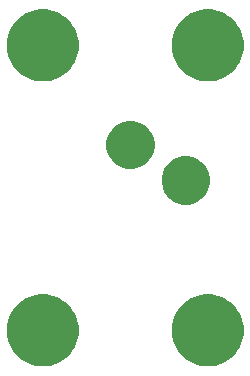
<source format=gts>
G04 #@! TF.GenerationSoftware,KiCad,Pcbnew,5.1.5-52549c5~84~ubuntu18.04.1*
G04 #@! TF.CreationDate,2020-02-25T14:57:26-08:00*
G04 #@! TF.ProjectId,NeutrikSpeakon,4e657574-7269-46b5-9370-65616b6f6e2e,rev?*
G04 #@! TF.SameCoordinates,Original*
G04 #@! TF.FileFunction,Soldermask,Top*
G04 #@! TF.FilePolarity,Negative*
%FSLAX46Y46*%
G04 Gerber Fmt 4.6, Leading zero omitted, Abs format (unit mm)*
G04 Created by KiCad (PCBNEW 5.1.5-52549c5~84~ubuntu18.04.1) date 2020-02-25 14:57:26*
%MOMM*%
%LPD*%
G04 APERTURE LIST*
%ADD10C,0.100000*%
G04 APERTURE END LIST*
D10*
G36*
X142835170Y-124007879D02*
G01*
X143129868Y-124066498D01*
X143685067Y-124296469D01*
X143970867Y-124487435D01*
X144184733Y-124630335D01*
X144609665Y-125055267D01*
X144752565Y-125269133D01*
X144943531Y-125554933D01*
X145173502Y-126110132D01*
X145290740Y-126699528D01*
X145290740Y-127300472D01*
X145173502Y-127889868D01*
X144943531Y-128445067D01*
X144752565Y-128730867D01*
X144609665Y-128944733D01*
X144184733Y-129369665D01*
X143970867Y-129512565D01*
X143685067Y-129703531D01*
X143129868Y-129933502D01*
X142835170Y-129992121D01*
X142540473Y-130050740D01*
X141939527Y-130050740D01*
X141644830Y-129992121D01*
X141350132Y-129933502D01*
X140794933Y-129703531D01*
X140509133Y-129512565D01*
X140295267Y-129369665D01*
X139870335Y-128944733D01*
X139727435Y-128730867D01*
X139536469Y-128445067D01*
X139306498Y-127889868D01*
X139189260Y-127300472D01*
X139189260Y-126699528D01*
X139306498Y-126110132D01*
X139536469Y-125554933D01*
X139727435Y-125269133D01*
X139870335Y-125055267D01*
X140295267Y-124630335D01*
X140509133Y-124487435D01*
X140794933Y-124296469D01*
X141350132Y-124066498D01*
X141644830Y-124007879D01*
X141939527Y-123949260D01*
X142540473Y-123949260D01*
X142835170Y-124007879D01*
G37*
G36*
X128865170Y-124007879D02*
G01*
X129159868Y-124066498D01*
X129715067Y-124296469D01*
X130000867Y-124487435D01*
X130214733Y-124630335D01*
X130639665Y-125055267D01*
X130782565Y-125269133D01*
X130973531Y-125554933D01*
X131203502Y-126110132D01*
X131320740Y-126699528D01*
X131320740Y-127300472D01*
X131203502Y-127889868D01*
X130973531Y-128445067D01*
X130782565Y-128730867D01*
X130639665Y-128944733D01*
X130214733Y-129369665D01*
X130000867Y-129512565D01*
X129715067Y-129703531D01*
X129159868Y-129933502D01*
X128865170Y-129992121D01*
X128570473Y-130050740D01*
X127969527Y-130050740D01*
X127674830Y-129992121D01*
X127380132Y-129933502D01*
X126824933Y-129703531D01*
X126539133Y-129512565D01*
X126325267Y-129369665D01*
X125900335Y-128944733D01*
X125757435Y-128730867D01*
X125566469Y-128445067D01*
X125336498Y-127889868D01*
X125219260Y-127300472D01*
X125219260Y-126699528D01*
X125336498Y-126110132D01*
X125566469Y-125554933D01*
X125757435Y-125269133D01*
X125900335Y-125055267D01*
X126325267Y-124630335D01*
X126539133Y-124487435D01*
X126824933Y-124296469D01*
X127380132Y-124066498D01*
X127674830Y-124007879D01*
X127969527Y-123949260D01*
X128570473Y-123949260D01*
X128865170Y-124007879D01*
G37*
G36*
X140998326Y-112327578D02*
G01*
X140998329Y-112327579D01*
X140998328Y-112327579D01*
X141371631Y-112482206D01*
X141707596Y-112706690D01*
X141993310Y-112992404D01*
X142217794Y-113328369D01*
X142217795Y-113328371D01*
X142372422Y-113701674D01*
X142451250Y-114097968D01*
X142451250Y-114502032D01*
X142372422Y-114898326D01*
X142372421Y-114898328D01*
X142217794Y-115271631D01*
X141993310Y-115607596D01*
X141707596Y-115893310D01*
X141371631Y-116117794D01*
X141371630Y-116117795D01*
X141371629Y-116117795D01*
X140998326Y-116272422D01*
X140602032Y-116351250D01*
X140197968Y-116351250D01*
X139801674Y-116272422D01*
X139428371Y-116117795D01*
X139428370Y-116117795D01*
X139428369Y-116117794D01*
X139092404Y-115893310D01*
X138806690Y-115607596D01*
X138582206Y-115271631D01*
X138427579Y-114898328D01*
X138427578Y-114898326D01*
X138348750Y-114502032D01*
X138348750Y-114097968D01*
X138427578Y-113701674D01*
X138582205Y-113328371D01*
X138582206Y-113328369D01*
X138806690Y-112992404D01*
X139092404Y-112706690D01*
X139428369Y-112482206D01*
X139801672Y-112327579D01*
X139801671Y-112327579D01*
X139801674Y-112327578D01*
X140197968Y-112248750D01*
X140602032Y-112248750D01*
X140998326Y-112327578D01*
G37*
G36*
X136298326Y-109327578D02*
G01*
X136298329Y-109327579D01*
X136298328Y-109327579D01*
X136671631Y-109482206D01*
X137007596Y-109706690D01*
X137293310Y-109992404D01*
X137517794Y-110328369D01*
X137517795Y-110328371D01*
X137672422Y-110701674D01*
X137751250Y-111097968D01*
X137751250Y-111502032D01*
X137672422Y-111898326D01*
X137672421Y-111898328D01*
X137517794Y-112271631D01*
X137293310Y-112607596D01*
X137007596Y-112893310D01*
X136671631Y-113117794D01*
X136671630Y-113117795D01*
X136671629Y-113117795D01*
X136298326Y-113272422D01*
X135902032Y-113351250D01*
X135497968Y-113351250D01*
X135101674Y-113272422D01*
X134728371Y-113117795D01*
X134728370Y-113117795D01*
X134728369Y-113117794D01*
X134392404Y-112893310D01*
X134106690Y-112607596D01*
X133882206Y-112271631D01*
X133727579Y-111898328D01*
X133727578Y-111898326D01*
X133648750Y-111502032D01*
X133648750Y-111097968D01*
X133727578Y-110701674D01*
X133882205Y-110328371D01*
X133882206Y-110328369D01*
X134106690Y-109992404D01*
X134392404Y-109706690D01*
X134728369Y-109482206D01*
X135101672Y-109327579D01*
X135101671Y-109327579D01*
X135101674Y-109327578D01*
X135497968Y-109248750D01*
X135902032Y-109248750D01*
X136298326Y-109327578D01*
G37*
G36*
X142835170Y-99877879D02*
G01*
X143129868Y-99936498D01*
X143685067Y-100166469D01*
X143970867Y-100357435D01*
X144184733Y-100500335D01*
X144609665Y-100925267D01*
X144752565Y-101139133D01*
X144943531Y-101424933D01*
X145173502Y-101980132D01*
X145290740Y-102569528D01*
X145290740Y-103170472D01*
X145173502Y-103759868D01*
X144943531Y-104315067D01*
X144752565Y-104600867D01*
X144609665Y-104814733D01*
X144184733Y-105239665D01*
X143970867Y-105382565D01*
X143685067Y-105573531D01*
X143129868Y-105803502D01*
X142835170Y-105862121D01*
X142540473Y-105920740D01*
X141939527Y-105920740D01*
X141644830Y-105862121D01*
X141350132Y-105803502D01*
X140794933Y-105573531D01*
X140509133Y-105382565D01*
X140295267Y-105239665D01*
X139870335Y-104814733D01*
X139727435Y-104600867D01*
X139536469Y-104315067D01*
X139306498Y-103759868D01*
X139189260Y-103170472D01*
X139189260Y-102569528D01*
X139306498Y-101980132D01*
X139536469Y-101424933D01*
X139727435Y-101139133D01*
X139870335Y-100925267D01*
X140295267Y-100500335D01*
X140509133Y-100357435D01*
X140794933Y-100166469D01*
X141350132Y-99936498D01*
X141644830Y-99877879D01*
X141939527Y-99819260D01*
X142540473Y-99819260D01*
X142835170Y-99877879D01*
G37*
G36*
X128865170Y-99877879D02*
G01*
X129159868Y-99936498D01*
X129715067Y-100166469D01*
X130000867Y-100357435D01*
X130214733Y-100500335D01*
X130639665Y-100925267D01*
X130782565Y-101139133D01*
X130973531Y-101424933D01*
X131203502Y-101980132D01*
X131320740Y-102569528D01*
X131320740Y-103170472D01*
X131203502Y-103759868D01*
X130973531Y-104315067D01*
X130782565Y-104600867D01*
X130639665Y-104814733D01*
X130214733Y-105239665D01*
X130000867Y-105382565D01*
X129715067Y-105573531D01*
X129159868Y-105803502D01*
X128865170Y-105862121D01*
X128570473Y-105920740D01*
X127969527Y-105920740D01*
X127674830Y-105862121D01*
X127380132Y-105803502D01*
X126824933Y-105573531D01*
X126539133Y-105382565D01*
X126325267Y-105239665D01*
X125900335Y-104814733D01*
X125757435Y-104600867D01*
X125566469Y-104315067D01*
X125336498Y-103759868D01*
X125219260Y-103170472D01*
X125219260Y-102569528D01*
X125336498Y-101980132D01*
X125566469Y-101424933D01*
X125757435Y-101139133D01*
X125900335Y-100925267D01*
X126325267Y-100500335D01*
X126539133Y-100357435D01*
X126824933Y-100166469D01*
X127380132Y-99936498D01*
X127674830Y-99877879D01*
X127969527Y-99819260D01*
X128570473Y-99819260D01*
X128865170Y-99877879D01*
G37*
M02*

</source>
